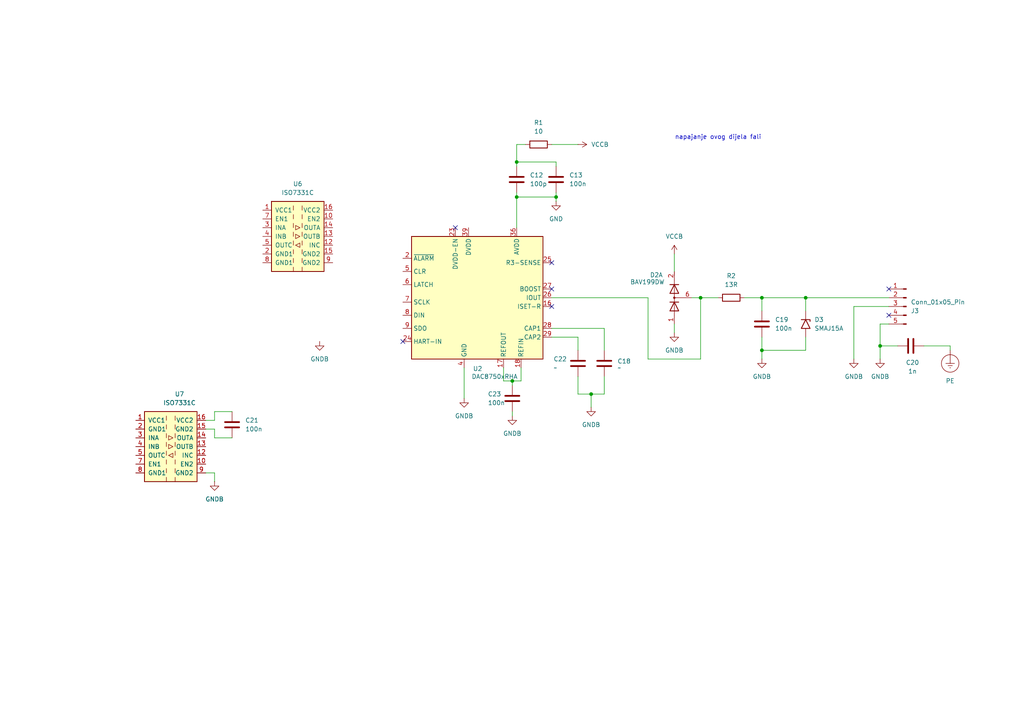
<source format=kicad_sch>
(kicad_sch (version 20250114) (generator "eeschema") (generator_version "9.0")
  (paper "A4")
  (lib_symbols
    (symbol "Analog_DAC:DAC8750xRHA"
      (property "Reference" "U2" (at 2.54 -20.574 0))
      (property "Value" "DAC8750xRHA" (at 2.1433 -22.86 0))
      (symbol "DAC8750xRHA_1_1"
        (rectangle (start -15.24 17.78) (end 22.86 -17.78) (stroke (width 0.254)) (fill (type background)))
        (pin open_collector line (at -17.78 11.43 0) (length 2.54) (name "~{ALARM}") (number "2"))
        (pin input line (at -17.78 7.62 0) (length 2.54) (name "CLR") (number "5"))
        (pin input line (at -17.78 3.81 0) (length 2.54) (name "LATCH") (number "6"))
        (pin input line (at -17.78 -1.27 0) (length 2.54) (name "SCLK") (number "7"))
        (pin input line (at -17.78 -5.08 0) (length 2.54) (name "DIN") (number "8"))
        (pin output line (at -17.78 -8.89 0) (length 2.54) (name "SDO") (number "9"))
        (pin input line (at -17.78 -12.7 0) (length 2.54) (name "HART-IN") (number "24"))
        (pin no_connect line (at -10.16 2.54 0) (length 2.54) (hide yes) (name "NC") (number "21"))
        (pin no_connect line (at -10.16 -2.54 0) (length 2.54) (hide yes) (name "NC") (number "1"))
        (pin no_connect line (at -10.16 -7.62 0) (length 2.54) (hide yes) (name "NC") (number "40"))
        (pin no_connect line (at -10.16 -10.16 0) (length 2.54) (hide yes) (name "NC") (number "38"))
        (pin no_connect line (at -10.16 -12.7 0) (length 2.54) (hide yes) (name "NC") (number "10"))
        (pin no_connect line (at -5.08 17.78 270) (length 2.54) (hide yes) (name "NC") (number "11"))
        (pin no_connect line (at -5.08 -17.78 90) (length 2.54) (hide yes) (name "NC") (number "30"))
        (pin input line (at -2.54 20.32 270) (length 2.54) (name "DVDD-EN") (number "23"))
        (pin no_connect line (at -2.54 17.78 270) (length 2.54) (hide yes) (name "NC") (number "22"))
        (pin no_connect line (at -2.54 -17.78 90) (length 2.54) (hide yes) (name "NC") (number "31"))
        (pin passive line (at 0 -20.32 90) (length 2.54) (hide yes) (name "GND") (number "12"))
        (pin passive line (at 0 -20.32 90) (length 2.54) (hide yes) (name "GND") (number "13"))
        (pin passive line (at 0 -20.32 90) (length 2.54) (hide yes) (name "GND") (number "14"))
        (pin passive line (at 0 -20.32 90) (length 2.54) (hide yes) (name "GND") (number "15"))
        (pin passive line (at 0 -20.32 90) (length 2.54) (hide yes) (name "GND") (number "3"))
        (pin passive line (at 0 -20.32 90) (length 2.54) (hide yes) (name "GND") (number "37"))
        (pin power_in line (at 0 -20.32 90) (length 2.54) (name "GND") (number "4"))
        (pin passive line (at 0 -20.32 90) (length 2.54) (hide yes) (name "GND") (number "41"))
        (pin power_in line (at 1.27 20.32 270) (length 2.54) (name "DVDD") (number "39"))
        (pin no_connect line (at 2.54 -17.78 90) (length 2.54) (hide yes) (name "NC") (number "32"))
        (pin no_connect line (at 5.08 -17.78 90) (length 2.54) (hide yes) (name "NC") (number "33"))
        (pin no_connect line (at 10.16 10.16 180) (length 2.54) (hide yes) (name "NC") (number "20"))
        (pin no_connect line (at 10.16 5.08 180) (length 2.54) (hide yes) (name "NC") (number "35"))
        (pin no_connect line (at 10.16 2.54 180) (length 2.54) (hide yes) (name "NC") (number "34"))
        (pin no_connect line (at 10.16 -7.62 180) (length 2.54) (hide yes) (name "NC") (number "19"))
        (pin output line (at 11.43 -20.32 90) (length 2.54) (name "REFOUT") (number "17"))
        (pin power_in line (at 15.24 20.32 270) (length 2.54) (name "AVDD") (number "36"))
        (pin input line (at 16.51 -20.32 90) (length 2.54) (name "REFIN") (number "18"))
        (pin output line (at 25.4 10.16 180) (length 2.54) (name "R3-SENSE") (number "25"))
        (pin output line (at 25.4 2.54 180) (length 2.54) (name "BOOST") (number "27"))
        (pin output line (at 25.4 0 180) (length 2.54) (name "IOUT") (number "26"))
        (pin passive line (at 25.4 -2.54 180) (length 2.54) (name "ISET-R") (number "16"))
        (pin passive line (at 25.4 -8.89 180) (length 2.54) (name "CAP1") (number "28"))
        (pin passive line (at 25.4 -11.43 180) (length 2.54) (name "CAP2") (number "29"))
      )
    )
    (symbol "Connector:Conn_01x05_Pin" (pin_names (offset 1.016) (hide yes))
      (property "Reference" "J" (at 0 7.62 0))
      (property "Value" "Conn_01x05_Pin" (at 0 -7.62 0))
      (symbol "Conn_01x05_Pin_1_1"
        (rectangle (start 0.8636 5.207) (end 0 4.953) (stroke (width 0.1524)) (fill (type outline)))
        (rectangle (start 0.8636 2.667) (end 0 2.413) (stroke (width 0.1524)) (fill (type outline)))
        (rectangle (start 0.8636 0.127) (end 0 -0.127) (stroke (width 0.1524)) (fill (type outline)))
        (rectangle (start 0.8636 -2.413) (end 0 -2.667) (stroke (width 0.1524)) (fill (type outline)))
        (rectangle (start 0.8636 -4.953) (end 0 -5.207) (stroke (width 0.1524)) (fill (type outline)))
        (polyline (pts (xy 1.27 5.08) (xy 0.8636 5.08)) (stroke (width 0.1524)))
        (polyline (pts (xy 1.27 2.54) (xy 0.8636 2.54)) (stroke (width 0.1524)))
        (polyline (pts (xy 1.27 0) (xy 0.8636 0)) (stroke (width 0.1524)))
        (polyline (pts (xy 1.27 -2.54) (xy 0.8636 -2.54)) (stroke (width 0.1524)))
        (polyline (pts (xy 1.27 -5.08) (xy 0.8636 -5.08)) (stroke (width 0.1524)))
        (pin passive line (at 5.08 5.08 180) (length 3.81) (name "Pin_1") (number "1"))
        (pin passive line (at 5.08 2.54 180) (length 3.81) (name "Pin_2") (number "2"))
        (pin passive line (at 5.08 0 180) (length 3.81) (name "Pin_3") (number "3"))
        (pin passive line (at 5.08 -2.54 180) (length 3.81) (name "Pin_4") (number "4"))
        (pin passive line (at 5.08 -5.08 180) (length 3.81) (name "Pin_5") (number "5"))
      )
    )
    (symbol "Device:C" (pin_numbers (hide yes)) (pin_names (offset 0.254))
      (property "Reference" "C" (at 0.635 2.54 0))
      (property "Value" "C" (at 0.635 -2.54 0))
      (symbol "C_0_1"
        (polyline (pts (xy -2.032 0.762) (xy 2.032 0.762)) (stroke (width 0.508)))
        (polyline (pts (xy -2.032 -0.762) (xy 2.032 -0.762)) (stroke (width 0.508)))
      )
      (symbol "C_1_1"
        (pin passive line (at 0 3.81 270) (length 2.794) (name "~") (number "1"))
        (pin passive line (at 0 -3.81 90) (length 2.794) (name "~") (number "2"))
      )
    )
    (symbol "Device:R" (pin_numbers (hide yes)) (pin_names (offset 0))
      (property "Reference" "R" (at 2.032 0 90))
      (property "Value" "R" (at 0 0 90))
      (symbol "R_0_1"
        (rectangle (start -1.016 -2.54) (end 1.016 2.54) (stroke (width 0.254)))
      )
      (symbol "R_1_1"
        (pin passive line (at 0 3.81 270) (length 1.27) (name "~") (number "1"))
        (pin passive line (at 0 -3.81 90) (length 1.27) (name "~") (number "2"))
      )
    )
    (symbol "Diode:BAV199DW" (pin_names (offset 0.0254) (hide yes))
      (property "Reference" "D" (at 0 2.54 0))
      (property "Value" "BAV199DW" (at 0 5.08 0))
      (symbol "BAV199DW_0_1"
        (polyline (pts (xy -5.08 0) (xy 5.08 0)))
        (polyline (pts (xy -3.81 1.27) (xy -1.27 0) (xy -3.81 -1.27) (xy -3.81 1.27) (xy -3.81 1.27) (xy -3.81 1.27)) (stroke (width 0.254)))
        (polyline (pts (xy -1.27 -1.27) (xy -1.27 1.27) (xy -1.27 1.27)) (stroke (width 0.254)))
        (polyline (pts (xy 0 0) (xy 0 -2.54)))
        (circle (center 0 0) (radius 0.254) (fill (type outline)))
        (polyline (pts (xy 1.27 1.27) (xy 3.81 0) (xy 1.27 -1.27) (xy 1.27 1.27) (xy 1.27 1.27) (xy 1.27 1.27)) (stroke (width 0.254)))
        (polyline (pts (xy 3.81 1.27) (xy 3.81 -1.27) (xy 3.81 -1.27)) (stroke (width 0.254)))
      )
      (symbol "BAV199DW_1_1"
        (polyline (pts (xy 6.35 0) (xy 7.62 0)))
        (pin passive line (at -7.62 0 0) (length 2.54) (name "A1") (number "1"))
        (pin passive line (at 0 -5.08 90) (length 2.54) (name "K3A4") (number "6"))
        (pin passive line (at 7.62 0 180) (length 2.54) (name "K2") (number "2"))
      )
      (symbol "BAV199DW_2_1"
        (polyline (pts (xy 6.35 0) (xy 7.62 0)))
        (pin passive line (at -7.62 0 0) (length 2.54) (name "A3") (number "4"))
        (pin passive line (at 0 -5.08 90) (length 2.54) (name "K1A2") (number "3"))
        (pin passive line (at 7.62 0 180) (length 2.54) (name "K4") (number "5"))
      )
    )
    (symbol "Diode:SMAJ15A" (pin_numbers (hide yes)) (pin_names (offset 1.016) (hide yes))
      (property "Reference" "D" (at 0 2.54 0))
      (property "Value" "SMAJ15A" (at 0 -2.54 0))
      (symbol "SMAJ15A_0_1"
        (polyline (pts (xy -0.762 1.27) (xy -1.27 1.27) (xy -1.27 -1.27)) (stroke (width 0.254)))
        (polyline (pts (xy 1.27 1.27) (xy 1.27 -1.27) (xy -1.27 0) (xy 1.27 1.27)) (stroke (width 0.254)))
      )
      (symbol "SMAJ15A_1_1"
        (pin passive line (at -3.81 0 0) (length 2.54) (name "A1") (number "1"))
        (pin passive line (at 3.81 0 180) (length 2.54) (name "A2") (number "2"))
      )
    )
    (symbol "ISO7331C_1" (pin_names (offset 1.016))
      (property "Reference" "U7" (at 0 26.67 0))
      (property "Value" "ISO7331C" (at 0 24.13 0))
      (symbol "ISO7331C_1_0_1"
        (rectangle (start -7.62 10.16) (end 7.62 -10.16) (stroke (width 0.254)) (fill (type background)))
        (polyline (pts (xy -1.27 8.89) (xy -1.27 7.62)))
        (polyline (pts (xy -1.27 6.35) (xy -1.27 5.08)))
        (polyline (pts (xy -1.27 3.81) (xy -1.27 2.54)))
        (polyline (pts (xy -1.27 1.27) (xy -1.27 0)))
        (polyline (pts (xy -1.27 -1.27) (xy -1.27 -2.54)))
        (polyline (pts (xy -1.27 -3.81) (xy -1.27 -5.08)))
        (polyline (pts (xy -1.27 -6.35) (xy -1.27 -7.62)))
        (polyline (pts (xy -1.27 -8.89) (xy -1.27 -10.16)))
        (polyline (pts (xy -0.635 3.175) (xy -0.635 1.905) (xy 0.635 2.54) (xy -0.635 3.175)))
        (polyline (pts (xy -0.635 0.635) (xy -0.635 -0.635) (xy 0.635 0) (xy -0.635 0.635)))
        (polyline (pts (xy -0.635 -2.54) (xy 0.635 -1.905) (xy 0.635 -3.175) (xy -0.635 -2.54)))
        (polyline (pts (xy 1.27 8.89) (xy 1.27 7.62)))
        (polyline (pts (xy 1.27 6.35) (xy 1.27 5.08)))
        (polyline (pts (xy 1.27 3.81) (xy 1.27 2.54)))
        (polyline (pts (xy 1.27 1.27) (xy 1.27 0)))
        (polyline (pts (xy 1.27 -1.27) (xy 1.27 -2.54)))
        (polyline (pts (xy 1.27 -3.81) (xy 1.27 -5.08)))
        (polyline (pts (xy 1.27 -6.35) (xy 1.27 -7.62)))
        (polyline (pts (xy 1.27 -8.89) (xy 1.27 -10.16)))
      )
      (symbol "ISO7331C_1_1_1"
        (pin power_in line (at -10.16 7.62 0) (length 2.54) (name "VCC1") (number "1"))
        (pin power_in line (at -10.16 5.08 0) (length 2.54) (name "GND1") (number "2"))
        (pin input line (at -10.16 2.54 0) (length 2.54) (name "INA") (number "3"))
        (pin input line (at -10.16 0 0) (length 2.54) (name "INB") (number "4"))
        (pin output line (at -10.16 -2.54 0) (length 2.54) (name "OUTC") (number "5"))
        (pin input line (at -10.16 -5.08 0) (length 2.54) (name "EN1") (number "7"))
        (pin power_in line (at -10.16 -7.62 0) (length 2.54) (name "GND1") (number "8"))
        (pin no_connect line (at 0 10.16 270) (length 2.54) (hide yes) (name "NC") (number "11"))
        (pin no_connect line (at 0 -10.16 90) (length 2.54) (hide yes) (name "NC") (number "6"))
        (pin power_in line (at 10.16 7.62 180) (length 2.54) (name "VCC2") (number "16"))
        (pin power_in line (at 10.16 5.08 180) (length 2.54) (name "GND2") (number "15"))
        (pin output line (at 10.16 2.54 180) (length 2.54) (name "OUTA") (number "14"))
        (pin output line (at 10.16 0 180) (length 2.54) (name "OUTB") (number "13"))
        (pin input line (at 10.16 -2.54 180) (length 2.54) (name "INC") (number "12"))
        (pin input line (at 10.16 -5.08 180) (length 2.54) (name "EN2") (number "10"))
        (pin power_in line (at 10.16 -7.62 180) (length 2.54) (name "GND2") (number "9"))
      )
    )
    (symbol "Isolator:ISO7331C" (pin_names (offset 1.016))
      (property "Reference" "U" (at -6.35 11.43 0))
      (property "Value" "ISO7331C" (at 6.858 11.43 0))
      (symbol "ISO7331C_0_1"
        (rectangle (start -7.62 10.16) (end 7.62 -10.16) (stroke (width 0.254)) (fill (type background)))
        (polyline (pts (xy -1.27 8.89) (xy -1.27 7.62)))
        (polyline (pts (xy -1.27 6.35) (xy -1.27 5.08)))
        (polyline (pts (xy -1.27 3.81) (xy -1.27 2.54)))
        (polyline (pts (xy -1.27 1.27) (xy -1.27 0)))
        (polyline (pts (xy -1.27 -1.27) (xy -1.27 -2.54)))
        (polyline (pts (xy -1.27 -3.81) (xy -1.27 -5.08)))
        (polyline (pts (xy -1.27 -6.35) (xy -1.27 -7.62)))
        (polyline (pts (xy -1.27 -8.89) (xy -1.27 -10.16)))
        (polyline (pts (xy -0.635 3.175) (xy -0.635 1.905) (xy 0.635 2.54) (xy -0.635 3.175)))
        (polyline (pts (xy -0.635 0.635) (xy -0.635 -0.635) (xy 0.635 0) (xy -0.635 0.635)))
        (polyline (pts (xy -0.635 -2.54) (xy 0.635 -1.905) (xy 0.635 -3.175) (xy -0.635 -2.54)))
        (polyline (pts (xy 1.27 8.89) (xy 1.27 7.62)))
        (polyline (pts (xy 1.27 6.35) (xy 1.27 5.08)))
        (polyline (pts (xy 1.27 3.81) (xy 1.27 2.54)))
        (polyline (pts (xy 1.27 1.27) (xy 1.27 0)))
        (polyline (pts (xy 1.27 -1.27) (xy 1.27 -2.54)))
        (polyline (pts (xy 1.27 -3.81) (xy 1.27 -5.08)))
        (polyline (pts (xy 1.27 -6.35) (xy 1.27 -7.62)))
        (polyline (pts (xy 1.27 -8.89) (xy 1.27 -10.16)))
      )
      (symbol "ISO7331C_1_1"
        (pin power_in line (at -10.16 7.62 0) (length 2.54) (name "VCC1") (number "1"))
        (pin input line (at -10.16 5.08 0) (length 2.54) (name "EN1") (number "7"))
        (pin input line (at -10.16 2.54 0) (length 2.54) (name "INA") (number "3"))
        (pin input line (at -10.16 0 0) (length 2.54) (name "INB") (number "4"))
        (pin output line (at -10.16 -2.54 0) (length 2.54) (name "OUTC") (number "5"))
        (pin power_in line (at -10.16 -5.08 0) (length 2.54) (name "GND1") (number "2"))
        (pin power_in line (at -10.16 -7.62 0) (length 2.54) (name "GND1") (number "8"))
        (pin no_connect line (at 0 10.16 270) (length 2.54) (hide yes) (name "NC") (number "11"))
        (pin no_connect line (at 0 -10.16 90) (length 2.54) (hide yes) (name "NC") (number "6"))
        (pin power_in line (at 10.16 7.62 180) (length 2.54) (name "VCC2") (number "16"))
        (pin input line (at 10.16 5.08 180) (length 2.54) (name "EN2") (number "10"))
        (pin output line (at 10.16 2.54 180) (length 2.54) (name "OUTA") (number "14"))
        (pin output line (at 10.16 0 180) (length 2.54) (name "OUTB") (number "13"))
        (pin input line (at 10.16 -2.54 180) (length 2.54) (name "INC") (number "12"))
        (pin power_in line (at 10.16 -5.08 180) (length 2.54) (name "GND2") (number "15"))
        (pin power_in line (at 10.16 -7.62 180) (length 2.54) (name "GND2") (number "9"))
      )
    )
    (symbol "power:+24V" (power) (pin_numbers (hide yes)) (pin_names (offset 0) (hide yes))
      (property "Value" "+24V" (at 0 3.556 0))
      (symbol "+24V_0_1"
        (polyline (pts (xy -0.762 1.27) (xy 0 2.54)))
        (polyline (pts (xy 0 2.54) (xy 0.762 1.27)))
        (polyline (pts (xy 0 0) (xy 0 2.54)))
      )
      (symbol "+24V_1_1"
        (pin power_in line (at 0 0 90) (length 0) (name "~") (number "1"))
      )
    )
    (symbol "power:Earth_Protective" (power) (pin_numbers (hide yes)) (pin_names (offset 0) (hide yes))
      (property "Value" "Earth_Protective" (at 0 -7.62 0))
      (symbol "Earth_Protective_0_1"
        (polyline (pts (xy -0.635 -4.445) (xy 0.635 -4.445)))
        (polyline (pts (xy -0.127 -5.08) (xy 0.127 -5.08)))
        (polyline (pts (xy 0 -3.81) (xy 0 0)))
        (circle (center 0 -3.81) (radius 2.54))
        (polyline (pts (xy 1.27 -3.81) (xy -1.27 -3.81)))
      )
      (symbol "Earth_Protective_1_1"
        (pin power_in line (at 0 0 270) (length 0) (name "~") (number "1"))
      )
    )
    (symbol "power:GND" (power) (pin_numbers (hide yes)) (pin_names (offset 0) (hide yes))
      (property "Value" "GND" (at 0 -3.81 0))
      (symbol "GND_0_1"
        (polyline (pts (xy 0 0) (xy 0 -1.27) (xy 1.27 -1.27) (xy 0 -2.54) (xy -1.27 -1.27) (xy 0 -1.27)))
      )
      (symbol "GND_1_1"
        (pin power_in line (at 0 0 270) (length 0) (name "~") (number "1"))
      )
    )
    (symbol "power:GND2" (power) (pin_numbers (hide yes)) (pin_names (offset 0) (hide yes))
      (property "Value" "GND2" (at 0 -3.81 0))
      (symbol "GND2_0_1"
        (polyline (pts (xy 0 0) (xy 0 -1.27) (xy 1.27 -1.27) (xy 0 -2.54) (xy -1.27 -1.27) (xy 0 -1.27)))
      )
      (symbol "GND2_1_1"
        (pin power_in line (at 0 0 270) (length 0) (name "~") (number "1"))
      )
    )
  )
  (text "napajanje ovog dijela fali\n" (at 208.28 39.878 0) (effects (font (size 1.27 1.27))))
  (junction (at 220.98 101.6))
  (junction (at 149.86 46.99))
  (junction (at 171.45 114.3))
  (junction (at 255.27 100.33))
  (junction (at 148.59 110.49))
  (junction (at 220.98 86.36))
  (junction (at 161.29 57.15))
  (junction (at 203.2 86.36))
  (junction (at 233.68 86.36))
  (junction (at 149.86 57.15))
  (no_connect (at 132.08 66.04))
  (no_connect (at 257.81 83.82))
  (no_connect (at 257.81 91.44))
  (no_connect (at 160.02 76.2))
  (no_connect (at 160.02 83.82))
  (no_connect (at 116.84 99.06))
  (no_connect (at 160.02 88.9))
  (wire (pts (xy 59.69 124.46) (xy 62.23 124.46)))
  (wire (pts (xy 275.59 100.33) (xy 275.59 101.6)))
  (wire (pts (xy 59.69 137.16) (xy 62.23 137.16)))
  (wire (pts (xy 195.58 73.66) (xy 195.58 78.74)))
  (wire (pts (xy 255.27 100.33) (xy 260.35 100.33)))
  (wire (pts (xy 220.98 101.6) (xy 233.68 101.6)))
  (wire (pts (xy 215.9 86.36) (xy 220.98 86.36)))
  (wire (pts (xy 160.02 86.36) (xy 187.96 86.36)))
  (wire (pts (xy 167.64 114.3) (xy 171.45 114.3)))
  (wire (pts (xy 62.23 139.7) (xy 62.23 137.16)))
  (wire (pts (xy 148.59 110.49) (xy 148.59 111.76)))
  (wire (pts (xy 233.68 86.36) (xy 220.98 86.36)))
  (wire (pts (xy 149.86 57.15) (xy 149.86 66.04)))
  (wire (pts (xy 233.68 90.17) (xy 233.68 86.36)))
  (wire (pts (xy 151.13 106.68) (xy 151.13 110.49)))
  (wire (pts (xy 149.86 57.15) (xy 161.29 57.15)))
  (wire (pts (xy 255.27 100.33) (xy 255.27 93.98)))
  (wire (pts (xy 146.05 106.68) (xy 146.05 110.49)))
  (wire (pts (xy 233.68 86.36) (xy 257.81 86.36)))
  (wire (pts (xy 59.69 121.92) (xy 62.23 121.92)))
  (wire (pts (xy 149.86 46.99) (xy 161.29 46.99)))
  (wire (pts (xy 220.98 101.6) (xy 220.98 104.14)))
  (wire (pts (xy 62.23 127) (xy 67.31 127)))
  (wire (pts (xy 203.2 104.14) (xy 203.2 86.36)))
  (wire (pts (xy 160.02 95.25) (xy 175.26 95.25)))
  (wire (pts (xy 233.68 101.6) (xy 233.68 97.79)))
  (wire (pts (xy 220.98 97.79) (xy 220.98 101.6)))
  (wire (pts (xy 175.26 114.3) (xy 175.26 109.22)))
  (wire (pts (xy 62.23 124.46) (xy 62.23 127)))
  (wire (pts (xy 161.29 48.26) (xy 161.29 46.99)))
  (wire (pts (xy 149.86 46.99) (xy 149.86 41.91)))
  (wire (pts (xy 149.86 48.26) (xy 149.86 46.99)))
  (wire (pts (xy 175.26 95.25) (xy 175.26 101.6)))
  (wire (pts (xy 62.23 121.92) (xy 62.23 119.38)))
  (wire (pts (xy 267.97 100.33) (xy 275.59 100.33)))
  (wire (pts (xy 167.64 109.22) (xy 167.64 114.3)))
  (wire (pts (xy 255.27 104.14) (xy 255.27 100.33)))
  (wire (pts (xy 247.65 88.9) (xy 247.65 104.14)))
  (wire (pts (xy 187.96 86.36) (xy 187.96 104.14)))
  (wire (pts (xy 149.86 55.88) (xy 149.86 57.15)))
  (wire (pts (xy 149.86 41.91) (xy 152.4 41.91)))
  (wire (pts (xy 151.13 110.49) (xy 148.59 110.49)))
  (wire (pts (xy 195.58 93.98) (xy 195.58 96.52)))
  (wire (pts (xy 171.45 114.3) (xy 171.45 118.11)))
  (wire (pts (xy 160.02 41.91) (xy 167.64 41.91)))
  (wire (pts (xy 255.27 93.98) (xy 257.81 93.98)))
  (wire (pts (xy 161.29 57.15) (xy 161.29 58.42)))
  (wire (pts (xy 171.45 114.3) (xy 175.26 114.3)))
  (wire (pts (xy 62.23 119.38) (xy 67.31 119.38)))
  (wire (pts (xy 134.62 106.68) (xy 134.62 115.57)))
  (wire (pts (xy 148.59 119.38) (xy 148.59 120.65)))
  (wire (pts (xy 146.05 110.49) (xy 148.59 110.49)))
  (wire (pts (xy 160.02 97.79) (xy 167.64 97.79)))
  (wire (pts (xy 203.2 86.36) (xy 208.28 86.36)))
  (wire (pts (xy 161.29 55.88) (xy 161.29 57.15)))
  (wire (pts (xy 247.65 88.9) (xy 257.81 88.9)))
  (wire (pts (xy 220.98 86.36) (xy 220.98 90.17)))
  (wire (pts (xy 167.64 97.79) (xy 167.64 101.6)))
  (wire (pts (xy 200.66 86.36) (xy 203.2 86.36)))
  (wire (pts (xy 187.96 104.14) (xy 203.2 104.14)))
  (symbol (lib_id "Device:C") (at 175.26 105.41 0) (unit 1)
    (property "Reference" "C18" (at 179.07 104.7749 0) (effects (justify left)))
    (property "Value" "~" (at 179.07 106.68 0) (effects (justify left)))
    (property "Description" "Unpolarized capacitor" (effects (hide yes)))
  )
  (symbol (lib_id "power:GND2") (at 62.23 139.7 0) (unit 1)
    (property "Reference" "#PWR018" (effects (hide yes)))
    (property "Value" "GNDB" (at 62.23 144.78 0))
    (property "Description" "Power symbol creates a global label with name \"GND2\" , ground" (effects (hide yes)))
  )
  (symbol (lib_id "Device:R") (at 212.09 86.36 90) (unit 1)
    (property "Reference" "R2" (at 212.09 80.01 90))
    (property "Value" "13R" (at 212.09 82.55 90))
    (property "Description" "Resistor" (effects (hide yes)))
  )
  (symbol (lib_id "Device:C") (at 264.16 100.33 90) (unit 1)
    (property "Reference" "C20" (at 264.668 105.156 90))
    (property "Value" "1n" (at 264.668 107.696 90))
    (property "Description" "Unpolarized capacitor" (effects (hide yes)))
  )
  (symbol (lib_id "power:GND") (at 161.29 58.42 0) (unit 1)
    (property "Reference" "#PWR06" (effects (hide yes)))
    (property "Value" "GND" (at 161.29 63.5 0))
    (property "Description" "Power symbol creates a global label with name \"GND\" , ground" (effects (hide yes)))
  )
  (symbol (lib_id "power:+24V") (at 167.64 41.91 270) (unit 1)
    (property "Reference" "#PWR010" (effects (hide yes)))
    (property "Value" "VCCB" (at 171.45 41.9099 90) (effects (justify left)))
    (property "Description" "Power symbol creates a global label with name \"+24V\"" (effects (hide yes)))
  )
  (symbol (lib_id "power:GND2") (at 171.45 118.11 0) (unit 1)
    (property "Reference" "#PWR019" (effects (hide yes)))
    (property "Value" "GNDB" (at 171.45 123.19 0))
    (property "Description" "Power symbol creates a global label with name \"GND2\" , ground" (effects (hide yes)))
  )
  (symbol (lib_id "power:Earth_Protective") (at 275.59 101.6 0) (unit 1)
    (property "Reference" "#PWR05" (effects (hide yes)))
    (property "Value" "PE" (at 275.59 110.49 0))
    (property "Description" "Power symbol creates a global label with name \"Earth_Protective\"" (effects (hide yes)))
  )
  (symbol (lib_id "Analog_DAC:DAC8750xRHA") (at 134.62 86.36 0) (unit 1)
    (property "Reference" "U2" (at 137.16 106.934 0) (effects (justify left)))
    (property "Value" "DAC8750xRHA" (at 136.7633 109.22 0) (effects (justify left)))
    (property "Footprint" "Package_DFN_QFN:Texas_RHA_VQFN-40-1EP_6x6mm_P0.5mm_EP4.6x4.6mm_ThermalVias" (effects (hide yes)))
    (property "Datasheet" "http://www.ti.com/lit/ds/symlink/dac7750.pdf" (effects (hide yes)))
    (property "Description" "Single-Channel, 16bit Programmable Current Output DAC for 4-mA to 20-mA Current Loop Applications, VQFN-40" (effects (hide yes)))
  )
  (symbol (lib_id "power:GND2") (at 92.71 99.06 0) (unit 1)
    (property "Reference" "#PWR017" (effects (hide yes)))
    (property "Value" "GNDB" (at 92.71 104.14 0))
    (property "Description" "Power symbol creates a global label with name \"GND2\" , ground" (effects (hide yes)))
  )
  (symbol (lib_id "Isolator:ISO7331C") (at 86.36 68.58 0) (unit 1)
    (property "Reference" "U6" (at 86.36 53.34 0))
    (property "Value" "ISO7331C" (at 86.36 55.88 0))
    (property "Footprint" "Package_SO:SOIC-16W_7.5x10.3mm_P1.27mm" (effects (hide yes)))
    (property "Datasheet" "http://www.ti.com/lit/ds/symlink/iso7331c.pdf" (effects (hide yes)))
    (property "Description" "Low Power Quad-Channel 2/1 Digital Isolator, 25Mbps 31ns, Fail-Safe High, SO16" (effects (hide yes)))
  )
  (symbol (lib_id "Device:C") (at 149.86 52.07 0) (unit 1)
    (property "Reference" "C12" (at 153.67 50.7999 0) (effects (justify left)))
    (property "Value" "100p" (at 153.67 53.3399 0) (effects (justify left)))
    (property "Description" "Unpolarized capacitor" (effects (hide yes)))
  )
  (symbol (lib_name "ISO7331C_1") (lib_id "Isolator:ISO7331C") (at 49.53 129.54 0) (unit 1)
    (property "Reference" "U7" (at 52.07 114.3 0))
    (property "Value" "ISO7331C" (at 52.07 116.84 0))
    (property "Footprint" "Package_SO:SOIC-16W_7.5x10.3mm_P1.27mm" (effects (hide yes)))
    (property "Datasheet" "http://www.ti.com/lit/ds/symlink/iso7331c.pdf" (effects (hide yes)))
    (property "Description" "Low Power Quad-Channel 2/1 Digital Isolator, 25Mbps 31ns, Fail-Safe High, SO16" (effects (hide yes)))
  )
  (symbol (lib_id "power:GND2") (at 195.58 96.52 0) (unit 1)
    (property "Reference" "#PWR013" (effects (hide yes)))
    (property "Value" "GNDB" (at 195.58 101.6 0))
    (property "Description" "Power symbol creates a global label with name \"GND2\" , ground" (effects (hide yes)))
  )
  (symbol (lib_id "power:GND2") (at 255.27 104.14 0) (unit 1)
    (property "Reference" "#PWR016" (effects (hide yes)))
    (property "Value" "GNDB" (at 255.27 109.22 0))
    (property "Description" "Power symbol creates a global label with name \"GND2\" , ground" (effects (hide yes)))
  )
  (symbol (lib_id "Device:C") (at 67.31 123.19 0) (unit 1)
    (property "Reference" "C21" (at 71.12 121.9199 0) (effects (justify left)))
    (property "Value" "100n" (at 71.12 124.4599 0) (effects (justify left)))
    (property "Description" "Unpolarized capacitor" (effects (hide yes)))
  )
  (symbol (lib_id "Device:C") (at 148.59 115.57 0) (unit 1)
    (property "Reference" "C23" (at 141.478 114.3 0) (effects (justify left)))
    (property "Value" "100n" (at 141.478 116.84 0) (effects (justify left)))
    (property "Description" "Unpolarized capacitor" (effects (hide yes)))
  )
  (symbol (lib_id "Device:R") (at 156.21 41.91 90) (unit 1)
    (property "Reference" "R1" (at 156.21 35.56 90))
    (property "Value" "10" (at 156.21 38.1 90))
    (property "Description" "Resistor" (effects (hide yes)))
  )
  (symbol (lib_id "power:GND2") (at 247.65 104.14 0) (unit 1)
    (property "Reference" "#PWR015" (effects (hide yes)))
    (property "Value" "GNDB" (at 247.65 109.22 0))
    (property "Description" "Power symbol creates a global label with name \"GND2\" , ground" (effects (hide yes)))
  )
  (symbol (lib_id "Connector:Conn_01x05_Pin") (at 262.89 88.9 0) (mirror y) (unit 1)
    (property "Reference" "J3" (at 264.16 90.1701 0) (effects (justify right)))
    (property "Value" "Conn_01x05_Pin" (at 264.16 87.6301 0) (effects (justify right)))
    (property "Description" "Generic connector, single row, 01x05, script generated" (effects (hide yes)))
  )
  (symbol (lib_id "power:+24V") (at 195.58 73.66 0) (unit 1)
    (property "Reference" "#PWR011" (effects (hide yes)))
    (property "Value" "VCCB" (at 195.58 68.58 0))
    (property "Description" "Power symbol creates a global label with name \"+24V\"" (effects (hide yes)))
  )
  (symbol (lib_id "power:GND2") (at 134.62 115.57 0) (unit 1)
    (property "Reference" "#PWR012" (effects (hide yes)))
    (property "Value" "GNDB" (at 134.62 120.65 0))
    (property "Description" "Power symbol creates a global label with name \"GND2\" , ground" (effects (hide yes)))
  )
  (symbol (lib_id "Diode:BAV199DW") (at 195.58 86.36 90) (unit 1)
    (property "Reference" "D2" (at 192.278 79.756 90) (effects (justify left)))
    (property "Value" "BAV199DW" (at 192.786 81.788 90) (effects (justify left)))
    (property "Footprint" "Package_TO_SOT_SMD:SOT-363_SC-70-6" (effects (hide yes)))
    (property "Datasheet" "https://www.diodes.com/assets/Datasheets/ds30417.pdf" (effects (hide yes)))
    (property "Description" "Quad Surface Mount Low Leakage Diode, SOT-363" (effects (hide yes)))
  )
  (symbol (lib_id "Diode:SMAJ15A") (at 233.68 93.98 270) (unit 1)
    (property "Reference" "D3" (at 236.22 92.7099 90) (effects (justify left)))
    (property "Value" "SMAJ15A" (at 236.22 95.2499 90) (effects (justify left)))
    (property "Footprint" "Diode_SMD:D_SMA" (effects (hide yes)))
    (property "Datasheet" "https://www.littelfuse.com/media?resourcetype=datasheets&itemid=75e32973-b177-4ee3-a0ff-cedaf1abdb93&filename=smaj-datasheet" (effects (hide yes)))
    (property "Description" "400W unidirectional Transient Voltage Suppressor, 15.0Vr, SMA(DO-214AC)" (effects (hide yes)))
  )
  (symbol (lib_id "Device:C") (at 220.98 93.98 0) (unit 1)
    (property "Reference" "C19" (at 224.79 92.7099 0) (effects (justify left)))
    (property "Value" "100n" (at 224.79 95.2499 0) (effects (justify left)))
    (property "Description" "Unpolarized capacitor" (effects (hide yes)))
  )
  (symbol (lib_id "Device:C") (at 161.29 52.07 0) (unit 1)
    (property "Reference" "C13" (at 165.1 50.7999 0) (effects (justify left)))
    (property "Value" "100n" (at 165.1 53.3399 0) (effects (justify left)))
    (property "Description" "Unpolarized capacitor" (effects (hide yes)))
  )
  (symbol (lib_id "power:GND2") (at 220.98 104.14 0) (unit 1)
    (property "Reference" "#PWR014" (effects (hide yes)))
    (property "Value" "GNDB" (at 220.98 109.22 0))
    (property "Description" "Power symbol creates a global label with name \"GND2\" , ground" (effects (hide yes)))
  )
  (symbol (lib_id "Device:C") (at 167.64 105.41 0) (unit 1)
    (property "Reference" "C22" (at 160.528 104.14 0) (effects (justify left)))
    (property "Value" "~" (at 160.528 106.68 0) (effects (justify left)))
    (property "Description" "Unpolarized capacitor" (effects (hide yes)))
  )
  (symbol (lib_id "power:GND2") (at 148.59 120.65 0) (unit 1)
    (property "Reference" "#PWR020" (effects (hide yes)))
    (property "Value" "GNDB" (at 148.59 125.73 0))
    (property "Description" "Power symbol creates a global label with name \"GND2\" , ground" (effects (hide yes)))
  )
)
</source>
